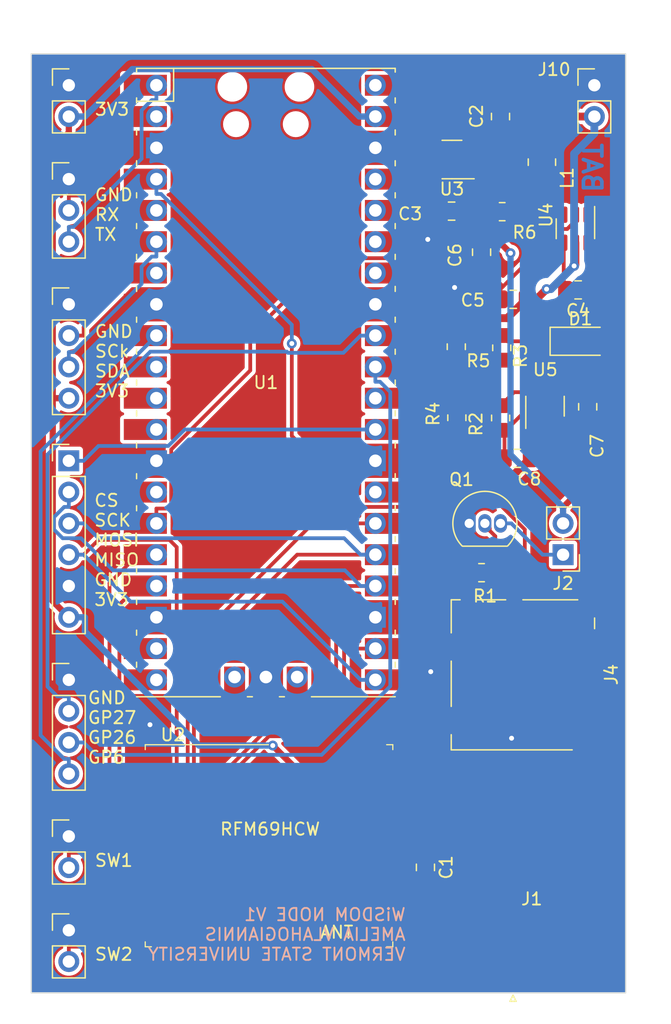
<source format=kicad_pcb>
(kicad_pcb (version 20221018) (generator pcbnew)
  (layers (0 "F.Cu" signal) (31 "B.Cu" signal) (34 "B.Paste" user) (35 "F.Paste" user) (36 "B.SilkS" user "B.Silkscreen") (37 "F.SilkS" user "F.Silkscreen") (38 "B.Mask" user) (39 "F.Mask" user) (44 "Edge.Cuts" user))
  (net 0 "")
  (net 1 "3V3")
  (net 2 "GND")
  (net 3 "Net-(U4-CPOS)")
  (net 4 "Net-(U4-CNEG)")
  (net 5 "Net-(U4-GND)")
  (net 6 "5V")
  (net 7 "CHG")
  (net 8 "Net-(U5-V_{SS})")
  (net 9 "BAT")
  (net 10 "Net-(D1-K)")
  (net 11 "/ANT")
  (net 12 "Net-(J2-Pin_1)")
  (net 13 "SD_CS")
  (net 14 "MOSI")
  (net 15 "SPI_SCK")
  (net 16 "MISO")
  (net 18 "UART_RX")
  (net 19 "UART_TX")
  (net 20 "I2C_SCK")
  (net 21 "I2C_SDA")
  (net 22 "SPI_CS")
  (net 23 "EXT_BTN")
  (net 24 "EXT_SW")
  (net 25 "GP27")
  (net 26 "GP26")
  (net 27 "GP6")
  (net 28 "Net-(U3-SW)")
  (net 29 "Net-(Q1-B)")
  (net 30 "TEROS_CTRL")
  (net 31 "Net-(U5-PROG)")
  (net 32 "Net-(U1-GPIO28_ADC2)")
  (net 33 "Net-(U1-GPIO11)")
  (net 34 "5V_CTRL")
  (net 42 "RFM_CS")
  (net 43 "RFM_RST")
  (footprint "RF_Module:HOPERF_RFM69HW" (layer "F.Cu") (at 70.104 115.062)
    (fp_text reference "U2")
    (fp_text value "RFM69HCW")
  )
  (footprint "Capacitor_SMD:C_0805_2012Metric_Pad1.18x1.45mm_HandSolder" (layer "F.Cu") (at 95.2029 69.9495 180)
    (fp_text reference "C4")
    (fp_text value "1uF" hide)
  )
  (footprint "Package_TO_SOT_SMD:SOT-23-6" (layer "F.Cu") (at 94.9824 64.9852 -90)
    (fp_text reference "U4")
    (fp_text value "CAT3200-5" hide)
  )
  (footprint "Resistor_SMD:R_0805_2012Metric_Pad1.20x1.40mm_HandSolder" (layer "F.Cu") (at 88.9115 80.3441 -90)
    (fp_text reference "R2")
    (fp_text value "2K" hide)
  )
  (footprint "PCM_Package_TO_SOT_THT_AKL:TO-92_Inline" (layer "F.Cu") (at 86.36 88.9)
    (fp_text reference "Q1")
    (fp_text value "2N3904" hide)
  )
  (footprint "Capacitor_SMD:C_0805_2012Metric_Pad1.18x1.45mm_HandSolder" (layer "F.Cu") (at 88.9 55.88 -90)
    (fp_text reference "C2")
    (fp_text value "10uF")
  )
  (footprint "Connector_Coaxial:SMA_Amphenol_132289_EdgeMount" (layer "F.Cu") (at 89.916 123.9805 90)
    (fp_text reference "J1")
    (fp_text value "Conn_Coaxial")
  )
  (footprint "Connector_PinHeader_2.54mm:PinHeader_1x02_P2.54mm_Vertical" (layer "F.Cu") (at 93.98 91.44 180)
    (fp_text reference "J2")
    (fp_text value "Conn_01x02_Pin" hide)
  )
  (footprint "Connector_PinHeader_2.54mm:PinHeader_1x02_P2.54mm_Vertical" (layer "F.Cu") (at 53.848 53.34)
    (fp_text reference "J3" hide)
    (fp_text value "Conn_01x02_Pin" hide)
  )
  (footprint "Connector_Card:microSD_HC_Molex_104031-0811" (layer "F.Cu") (at 90.7183 101.1709 -90)
    (fp_text reference "J4")
    (fp_text value "Micro_SD_Card" hide)
  )
  (footprint "Connector_PinHeader_2.54mm:PinHeader_1x03_P2.54mm_Vertical" (layer "F.Cu") (at 53.848 60.96)
    (fp_text reference "J5" hide)
    (fp_text value "Conn_01x03_Pin" hide)
  )
  (footprint "Package_TO_SOT_SMD:SOT-23-5" (layer "F.Cu") (at 92.5131 79.3891 90)
    (fp_text reference "U5")
    (fp_text value "MCP73831-2-OT" hide)
  )
  (footprint "Capacitor_SMD:C_0805_2012Metric_Pad1.18x1.45mm_HandSolder" (layer "F.Cu") (at 84.9288 63.5565 180)
    (fp_text reference "C3")
    (fp_text value "10uF" hide)
  )
  (footprint "Inductor_SMD:L_1008_2520Metric_Pad1.43x2.20mm_HandSolder" (layer "F.Cu") (at 92.2625 59.5825 -90)
    (fp_text reference "L1")
    (fp_text value "1uH" hide)
  )
  (footprint "Connector_PinHeader_2.54mm:PinHeader_1x04_P2.54mm_Vertical" (layer "F.Cu") (at 53.848 101.6)
    (fp_text reference "J11" hide)
    (fp_text value "Conn_01x04_Pin" hide)
  )
  (footprint "Resistor_SMD:R_0805_2012Metric_Pad1.20x1.40mm_HandSolder" (layer "F.Cu") (at 85.3548 80.325 90)
    (fp_text reference "R4")
    (fp_text value "470K" hide)
  )
  (footprint "Connector_PinHeader_2.54mm:PinHeader_1x02_P2.54mm_Vertical" (layer "F.Cu") (at 53.848 114.3)
    (fp_text reference "J8" hide)
    (fp_text value "Conn_01x02_Pin" hide)
  )
  (footprint "Connector_PinHeader_2.54mm:PinHeader_1x04_P2.54mm_Vertical" (layer "F.Cu") (at 53.848 71.12)
    (fp_text reference "J6" hide)
    (fp_text value "Conn_01x04_Pin" hide)
  )
  (footprint "Resistor_SMD:R_0805_2012Metric_Pad1.20x1.40mm_HandSolder" (layer "F.Cu") (at 87.36 92.9)
    (fp_text reference "R1")
    (fp_text value "1K" hide)
  )
  (footprint "Package_TO_SOT_SMD:TSOT-23-5" (layer "F.Cu") (at 84.9575 59.37 180)
    (fp_text reference "U3")
    (fp_text value "ADP2108AUJ-3.3" hide)
  )
  (footprint "Connector_PinHeader_2.54mm:PinHeader_1x02_P2.54mm_Vertical" (layer "F.Cu") (at 96.52 53.34)
    (fp_text reference "J10")
    (fp_text value "Conn_01x02_Pin")
  )
  (footprint "Connector_PinHeader_2.54mm:PinHeader_1x02_P2.54mm_Vertical" (layer "F.Cu") (at 53.848 121.92)
    (fp_text reference "J9" hide)
    (fp_text value "Conn_01x02_Pin" hide)
  )
  (footprint "LED_SMD:LED_1206_3216Metric_Pad1.42x1.75mm_HandSolder" (layer "F.Cu") (at 95.3875 74.12)
    (fp_text reference "D1")
    (fp_text value "LED" hide)
  )
  (footprint "MCU_RaspberryPi_and_Boards:RPi_Pico_SMD_TH" (layer "F.Cu") (at 69.85 77.47)
    (fp_text reference "U1")
    (fp_text value "Pico")
  )
  (footprint "Capacitor_SMD:C_0805_2012Metric_Pad1.18x1.45mm_HandSolder" (layer "F.Cu") (at 95.9797 79.4362 -90)
    (fp_text reference "C7")
    (fp_text value "4.7uF" hide)
  )
  (footprint "Capacitor_SMD:C_0805_2012Metric_Pad1.18x1.45mm_HandSolder" (layer "F.Cu") (at 82.804 116.8185 -90)
    (fp_text reference "C1")
    (fp_text value "0.1uF")
  )
  (footprint "Resistor_SMD:R_0805_2012Metric_Pad1.20x1.40mm_HandSolder" (layer "F.Cu") (at 85.3098 74.5623 90)
    (fp_text reference "R5")
    (fp_text value "470K" hide)
  )
  (footprint "Connector_PinHeader_2.54mm:PinHeader_1x06_P2.54mm_Vertical" (layer "F.Cu") (at 53.848 83.82)
    (fp_text reference "J7" hide)
    (fp_text value "Conn_01x06_Pin" hide)
  )
  (footprint "Resistor_SMD:R_0805_2012Metric_Pad1.20x1.40mm_HandSolder" (layer "F.Cu") (at 89.0015 74.6524 -90)
    (fp_text reference "R3")
    (fp_text value "470" hide)
  )
  (footprint "Capacitor_SMD:C_0805_2012Metric_Pad1.18x1.45mm_HandSolder" (layer "F.Cu") (at 87.3619 66.8901 -90)
    (fp_text reference "C6")
    (fp_text value "1uF" hide)
  )
  (footprint "Capacitor_SMD:C_0805_2012Metric_Pad1.18x1.45mm_HandSolder" (layer "F.Cu") (at 89.9335 70.7148 180)
    (fp_text reference "C5")
    (fp_text value "1uF" hide)
  )
  (footprint "Resistor_SMD:R_0805_2012Metric_Pad1.20x1.40mm_HandSolder" (layer "F.Cu") (at 89.0351 63.6015)
    (fp_text reference "R6")
    (fp_text value "10K" hide)
  )
  (footprint "Capacitor_SMD:C_0805_2012Metric_Pad1.18x1.45mm_HandSolder" (layer "F.Cu") (at 90.2601 83.6211 180)
    (fp_text reference "C8")
    (fp_text value "4.7uF" hide)
  )
  (gr_rect (start 50.8 50.8) (end 99.06 127) (stroke (width 0.1)) (fill none) (layer "Edge.Cuts"))
  (gr_text "5V SW" (at 98.393446 93.056154 90) (layer "F.Cu") (effects (font (size 1.5 1.5) (thickness 0.3) bold) (justify left bottom)))
  (gr_text "BAT" (at 95.43086 62.207971 -90) (layer "B.Cu") (effects (font (size 1.5 1.5) (thickness 0.3) bold) (justify left bottom mirror)))
  (gr_text "WiSDOM NODE V1\nAMELIA VLAHOGIANNIS\nVERMONT STATE UNIVERSITY" (at 81.28 124.46) (layer "B.SilkS") (effects (font (size 1 1)) (justify left bottom mirror)))
  (gr_text "ANT" (at 74.171866 122.669746) (layer "F.SilkS") (effects (font (size 1 1)) (justify left bottom)))
  (gr_text "GND\nRX\nTX" (at 55.88 66.04) (layer "F.SilkS") (effects (font (size 1 1)) (justify left bottom)))
  (gr_text "GND\nSCk\nSDA\n3V3\n" (at 55.88 78.74) (layer "F.SilkS") (effects (font (size 1 1)) (justify left bottom)))
  (gr_text "RFM69HCW" (at 66.04 114.3) (layer "F.SilkS") (effects (font (size 1 1)) (justify left bottom)))
  (gr_text "SW1\n" (at 55.88 116.84) (layer "F.SilkS") (effects (font (size 1 1)) (justify left bottom)))
  (gr_text "SW2" (at 55.88 124.46) (layer "F.SilkS") (effects (font (size 1 1)) (justify left bottom)))
  (gr_text "3V3" (at 55.88 55.88) (layer "F.SilkS") (effects (font (size 1 1)) (justify left bottom)))
  (gr_text "GND\nGP27\nGP26\nGP6\n" (at 55.31539 108.471648) (layer "F.SilkS") (effects (font (size 1 1)) (justify left bottom)))
  (gr_text "CS\nSCK\nMOSI\nMISO\nGND\n3V3" (at 55.832949 95.673829) (layer "F.SilkS") (effects (font (size 1 1)) (justify left bottom)))
  (segment (start 83.7998 61.828) (end 82.675 60.7032) (width 0.508) (layer "F.Cu") (net 1))
  (segment (start 79.204 114.062) (end 77.4981 114.062) (width 0.508) (layer "F.Cu") (net 1))
  (segment (start 87.7371 61.7857) (end 91.2218 61.7857) (width 0.508) (layer "F.Cu") (net 1))
  (segment (start 77.4981 114.0192) (end 70.4089 106.93) (width 0.508) (layer "F.Cu") (net 1))
  (segment (start 52.5421 58.4918) (end 53.848 57.1859) (width 0.508) (layer "F.Cu") (net 1))
  (segment (start 83.3835 58.8565) (end 83.82 58.42) (width 0.508) (layer "F.Cu") (net 1))
  (segment (start 52.5421 95.2141) (end 52.5421 78.74) (width 0.508) (layer "F.Cu") (net 1))
  (segment (start 91.2218 61.7857) (end 92.2625 60.745) (width 0.508) (layer "F.Cu") (net 1))
  (segment (start 52.5421 78.74) (end 52.5421 58.4918) (width 0.508) (layer "F.Cu") (net 1))
  (segment (start 53.848 55.88) (end 53.848 57.1859) (width 0.508) (layer "F.Cu") (net 1))
  (segment (start 79.8791 114.062) (end 79.204 114.062) (width 0.508) (layer "F.Cu") (net 1))
  (segment (start 82.675 59.565) (end 83.3835 58.8565) (width 0.508) (layer "F.Cu") (net 1))
  (segment (start 97.1742 107.7031) (end 89.0963 115.781) (width 0.508) (layer "F.Cu") (net 1))
  (segment (start 82.675 60.7032) (end 82.675 59.565) (width 0.508) (layer "F.Cu") (net 1))
  (segment (start 81.0851 114.0621) (end 80.9099 114.0621) (width 0.508) (layer "F.Cu") (net 1))
  (segment (start 89.0963 115.781) (end 82.804 115.781) (width 0.508) (layer "F.Cu") (net 1))
  (segment (start 78.74 55.88) (end 80.407 55.88) (width 0.508) (layer "F.Cu") (net 1))
  (segment (start 82.804 115.781) (end 81.0851 114.0621) (width 0.508) (layer "F.Cu") (net 1))
  (segment (start 79.8791 114.062) (end 80.9099 114.062) (width 0.508) (layer "F.Cu") (net 1))
  (segment (start 53.848 78.74) (end 52.5421 78.74) (width 0.508) (layer "F.Cu") (net 1))
  (segment (start 84.2378 61.828) (end 83.7998 61.828) (width 0.508) (layer "F.Cu") (net 1))
  (segment (start 80.9099 114.0621) (end 80.9099 114.062) (width 0.508) (layer "F.Cu") (net 1))
  (segment (start 77.4981 114.062) (end 77.4981 114.0192) (width 0.508) (layer "F.Cu") (net 1))
  (segment (start 96.1683 101.3659) (end 97.1742 101.3659) (width 0.508) (layer "F.Cu") (net 1))
  (segment (start 80.407 55.88) (end 83.3835 58.8565) (width 0.508) (layer "F.Cu") (net 1))
  (segment (start 97.1742 101.3659) (end 97.1742 107.7031) (width 0.508) (layer "F.Cu") (net 1))
  (segment (start 85.9663 63.5565) (end 84.2378 61.828) (width 0.508) (layer "F.Cu") (net 1))
  (segment (start 53.848 96.52) (end 52.5421 95.2141) (width 0.508) (layer "F.Cu") (net 1))
  (segment (start 85.9663 63.5565) (end 87.7371 61.7857) (width 0.508) (layer "F.Cu") (net 1))
  (via (at 70.4089 106.93) (size 0.8) (drill 0.4) (layers "F.Cu" "B.Cu") (net 1))
  (segment (start 53.848 55.88) (end 55.1539 55.88) (width 0.508) (layer "B.Cu") (net 1))
  (segment (start 53.848 96.52) (end 55.1539 96.52) (width 0.508) (layer "B.Cu") (net 1))
  (segment (start 55.1539 96.52) (end 55.1539 97.6627) (width 0.508) (layer "B.Cu") (net 1))
  (segment (start 55.1539 55.88) (end 59.0006 52.0333) (width 0.508) (layer "B.Cu") (net 1))
  (segment (start 78.74 55.88) (end 77.4341 55.88) (width 0.508) (layer "B.Cu") (net 1))
  (segment (start 59.0006 52.0333) (end 73.5874 52.0333) (width 0.508) (layer "B.Cu") (net 1))
  (segment (start 64.4212 106.93) (end 70.4089 106.93) (width 0.508) (layer "B.Cu") (net 1))
  (segment (start 73.5874 52.0333) (end 77.4341 55.88) (width 0.508) (layer "B.Cu") (net 1))
  (segment (start 55.1539 97.6627) (end 64.4212 106.93) (width 0.508) (layer "B.Cu") (net 1))
  (via (at 85.170626 69.754222) (size 0.8) (drill 0.4) (layers "F.Cu" "B.Cu") (net 2))
  (via (at 60.43858 105.239331) (size 0.8) (drill 0.4) (layers "F.Cu" "B.Cu") (net 2))
  (via (at 82.994617 65.852413) (size 0.8) (drill 0.4) (layers "F.Cu" "B.Cu") (net 2))
  (via (at 89.798132 106.33609) (size 0.8) (drill 0.4) (layers "F.Cu" "B.Cu") (net 2))
  (via (at 83.234512 100.935869) (size 0.8) (drill 0.4) (layers "F.Cu" "B.Cu") (net 2))
  (segment (start 96.2404 66.4307) (end 96.2404 69.9495) (width 0.3048) (layer "F.Cu") (net 3))
  (segment (start 95.9324 66.1227) (end 96.2404 66.4307) (width 0.3048) (layer "F.Cu") (net 3))
  (segment (start 94.0324 66.1227) (end 94.0324 69.8165) (width 0.3048) (layer "F.Cu") (net 4))
  (segment (start 94.0324 69.8165) (end 94.1654 69.9495) (width 0.3048) (layer "F.Cu") (net 4))
  (segment (start 89.1053 69.671) (end 88.896 69.8803) (width 0.3048) (layer "F.Cu") (net 5))
  (segment (start 93.768 65.0083) (end 94.3147 65.0083) (width 0.3048) (layer "F.Cu") (net 5))
  (segment (start 89.1053 69.671) (end 93.768 65.0083) (width 0.3048) (layer "F.Cu") (net 5))
  (segment (start 88.896 69.8803) (end 88.896 70.7148) (width 0.3048) (layer "F.Cu") (net 5))
  (segment (start 94.3147 65.0083) (end 94.9824 64.3406) (width 0.3048) (layer "F.Cu") (net 5))
  (segment (start 89.1053 69.671) (end 87.3619 67.9276) (width 0.3048) (layer "F.Cu") (net 5))
  (segment (start 94.9824 64.3406) (end 94.9824 63.8477) (width 0.3048) (layer "F.Cu") (net 5))
  (segment (start 93.98 87.5941) (end 98.0481 83.526) (width 0.508) (layer "F.Cu") (net 6))
  (segment (start 98.0481 83.526) (end 98.0481 65.9634) (width 0.508) (layer "F.Cu") (net 6))
  (segment (start 98.0481 65.9634) (end 95.9324 63.8477) (width 0.508) (layer "F.Cu") (net 6))
  (segment (start 89.7124 66.9697) (end 88.5953 65.8526) (width 0.508) (layer "F.Cu") (net 6))
  (segment (start 93.98 88.9) (end 93.98 87.5941) (width 0.508) (layer "F.Cu") (net 6))
  (segment (start 88.5953 65.8526) (end 87.3619 65.8526) (width 0.508) (layer "F.Cu") (net 6))
  (via (at 89.7124 66.9697) (size 0.8) (drill 0.4) (layers "F.Cu" "B.Cu") (net 6))
  (segment (start 89.7124 83.3265) (end 89.7124 66.9697) (width 0.508) (layer "B.Cu") (net 6))
  (segment (start 93.98 88.9) (end 93.98 87.5941) (width 0.508) (layer "B.Cu") (net 6))
  (segment (start 93.98 87.5941) (end 89.7124 83.3265) (width 0.508) (layer "B.Cu") (net 6))
  (segment (start 96.875 77.3563) (end 96.875 74.12) (width 0.635) (layer "F.Cu") (net 7))
  (segment (start 95.9797 78.2516) (end 96.875 77.3563) (width 0.635) (layer "F.Cu") (net 7))
  (segment (start 95.9797 78.2516) (end 95.9797 78.3987) (width 0.635) (layer "F.Cu") (net 7))
  (segment (start 93.4631 78.2516) (end 95.9797 78.2516) (width 0.635) (layer "F.Cu") (net 7))
  (segment (start 91.961 79.5079) (end 92.5131 80.06) (width 0.3048) (layer "F.Cu") (net 8))
  (segment (start 89.0351 81.4677) (end 89.2226 81.4677) (width 0.3048) (layer "F.Cu") (net 8))
  (segment (start 88.9115 81.3441) (end 89.0351 81.4677) (width 0.3048) (layer "F.Cu") (net 8))
  (segment (start 89.2226 81.4677) (end 89.2226 83.6211) (width 0.3048) (layer "F.Cu") (net 8))
  (segment (start 91.1824 79.5079) (end 91.961 79.5079) (width 0.3048) (layer "F.Cu") (net 8))
  (segment (start 94.979 79.473) (end 95.9797 80.4737) (width 0.3048) (layer "F.Cu") (net 8))
  (segment (start 92.5131 80.5266) (end 92.5131 80.06) (width 0.3048) (layer "F.Cu") (net 8))
  (segment (start 92.5131 80.06) (end 93.1001 79.473) (width 0.3048) (layer "F.Cu") (net 8))
  (segment (start 93.1001 79.473) (end 94.979 79.473) (width 0.3048) (layer "F.Cu") (net 8))
  (segment (start 89.2226 81.4677) (end 91.1824 79.5079) (width 0.3048) (layer "F.Cu") (net 8))
  (segment (start 85.3548 81.6566) (end 85.3548 81.325) (width 0.635) (layer "F.Cu") (net 9))
  (segment (start 86.095 58.42) (end 86.095 57.7351) (width 0.635) (layer "F.Cu") (net 9))
  (segment (start 88.5168 72.2426) (end 89.4432 72.2426) (width 0.635) (layer "F.Cu") (net 9))
  (segment (start 90.971 70.7148) (end 91.8104 70.7148) (width 0.635) (layer "F.Cu") (net 9))
  (segment (start 92.9545 81.7319) (end 93.4631 81.2233) (width 0.635) (layer "F.Cu") (net 9))
  (segment (start 91.5631 81.7319) (end 91.5631 83.3556) (width 0.635) (layer "F.Cu") (net 9))
  (segment (start 94.2007 54.9301) (end 95.1506 55.88) (width 0.635) (layer "F.Cu") (net 9))
  (segment (start 85.459 60.32) (end 86.095 60.32) (width 0.601) (layer "F.Cu") (net 9))
  (segment (start 94.9824 67.8973) (end 94.9824 66.1227) (width 0.635) (layer "F.Cu") (net 9))
  (segment (start 88.6045 84.9063) (end 85.3548 81.6566) (width 0.635) (layer "F.Cu") (net 9))
  (segment (start 94.8751 68.0046) (end 94.9824 67.8973) (width 0.635) (layer "F.Cu") (net 9))
  (segment (start 87.1331 77.5208) (end 87.1331 79.5467) (width 0.635) (layer "F.Cu") (net 9))
  (segment (start 86.095 57.7351) (end 88.9 54.9301) (width 0.635) (layer "F.Cu") (net 9))
  (segment (start 89.0015 75.6524) (end 87.1331 77.5208) (width 0.635) (layer "F.Cu") (net 9))
  (segment (start 93.4631 81.2233) (end 93.4631 80.5266) (width 0.635) (layer "F.Cu") (net 9))
  (segment (start 88.9 54.9301) (end 88.9 54.8425) (width 0.635) (layer "F.Cu") (net 9))
  (segment (start 91.8104 70.7148) (end 92.6408 69.8844) (width 0.635) (layer "F.Cu") (net 9))
  (segment (start 84.8841 59.5177) (end 84.6117 59.2453) (width 0.635) (layer "F.Cu") (net 9))
  (segment (start 85.437 58.42) (end 86.095 58.42) (width 0.601) (layer "F.Cu") (net 9))
  (segment (start 88.9 54.9301) (end 94.2007 54.9301) (width 0.635) (layer "F.Cu") (net 9))
  (segment (start 84.6117 59.2453) (end 85.437 58.42) (width 0.601) (layer "F.Cu") (net 9))
  (segment (start 87.1331 79.5467) (end 85.3548 81.325) (width 0.635) (layer "F.Cu") (net 9))
  (segment (start 91.5631 83.3556) (end 91.2976 83.6211) (width 0.635) (layer "F.Cu") (net 9))
  (segment (start 84.8841 59.7451) (end 85.459 60.32) (width 0.601) (layer "F.Cu") (net 9))
  (segment (start 96.52 55.88) (end 95.1506 55.88) (width 0.635) (layer "F.Cu") (net 9))
  (segment (start 84.8841 59.7359) (end 84.8841 59.7451) (width 0.601) (layer "F.Cu") (net 9))
  (segment (start 87.7546 74.4055) (end 87.7546 73.0048) (width 0.635) (layer "F.Cu") (net 9))
  (segment (start 91.5631 81.7319) (end 92.9545 81.7319) (width 0.635) (layer "F.Cu") (net 9))
  (segment (start 91.2976 83.6211) (end 90.0124 84.9063) (width 0.635) (layer "F.Cu") (net 9))
  (segment (start 90.0124 84.9063) (end 88.6045 84.9063) (width 0.635) (layer "F.Cu") (net 9))
  (segment (start 89.4432 72.2426) (end 90.971 70.7148) (width 0.635) (layer "F.Cu") (net 9))
  (segment (start 87.7546 73.0048) (end 88.5168 72.2426) (width 0.635) (layer "F.Cu") (net 9))
  (segment (start 91.5631 81.7319) (end 91.5631 80.5266) (width 0.635) (layer "F.Cu") (net 9))
  (segment (start 84.8841 59.7359) (end 84.8841 59.5177) (width 0.635) (layer "F.Cu") (net 9))
  (segment (start 89.0015 75.6524) (end 87.7546 74.4055) (width 0.635) (layer "F.Cu") (net 9))
  (via (at 94.8751 68.0046) (size 0.8) (drill 0.4) (layers "F.Cu" "B.Cu") (net 9))
  (via (at 92.6408 69.8844) (size 0.8) (drill 0.4) (layers "F.Cu" "B.Cu") (net 9))
  (segment (start 92.9953 69.8844) (end 94.8751 68.0046) (width 0.635) (layer "B.Cu") (net 9))
  (segment (start 96.52 57.2494) (end 94.8751 58.8943) (width 0.635) (layer "B.Cu") (net 9))
  (segment (start 94.8751 58.8943) (end 94.8751 68.0046) (width 0.635) (layer "B.Cu") (net 9))
  (segment (start 96.52 55.88) (end 96.52 57.2494) (width 0.635) (layer "B.Cu") (net 9))
  (segment (start 92.6408 69.8844) (end 92.9953 69.8844) (width 0.635) (layer "B.Cu") (net 9))
  (segment (start 89.4691 74.12) (end 89.0015 73.6524) (width 0.3048) (layer "F.Cu") (net 10))
  (segment (start 93.9 74.12) (end 89.4691 74.12) (width 0.3048) (layer "F.Cu") (net 10))
  (segment (start 89.916 123.9805) (end 89.916 119.38) (width 0.635) (layer "F.Cu") (net 11))
  (segment (start 81.7877 122.062) (end 79.204 122.062) (width 0.635) (layer "F.Cu") (net 11))
  (segment (start 89.916 119.38) (end 84.4697 119.38) (width 0.635) (layer "F.Cu") (net 11))
  (segment (start 84.4697 119.38) (end 81.7877 122.062) (width 0.635) (layer "F.Cu") (net 11))
  (segment (start 93.98 91.44) (end 92.3193 91.44) (width 0.3048) (layer "B.Cu") (net 12))
  (segment (start 88.9 88.9) (end 89.7793 88.9) (width 0.3048) (layer "B.Cu") (net 12))
  (segment (start 92.3193 91.44) (end 89.7793 88.9) (width 0.3048) (layer "B.Cu") (net 12))
  (segment (start 96.1683 99.1659) (end 95.264 99.1659) (width 0.3048) (layer "F.Cu") (net 13))
  (segment (start 90.8711 94.2508) (end 95.264 98.6437) (width 0.3048) (layer "F.Cu") (net 13))
  (segment (start 87.8382 86.36) (end 90.8711 89.3929) (width 0.3048) (layer "F.Cu") (net 13))
  (segment (start 90.8711 89.3929) (end 90.8711 94.2508) (width 0.3048) (layer "F.Cu") (net 13))
  (segment (start 78.74 86.36) (end 87.8382 86.36) (width 0.3048) (layer "F.Cu") (net 13))
  (segment (start 95.264 98.6437) (end 95.264 99.1659) (width 0.3048) (layer "F.Cu") (net 13))
  (segment (start 86.9527 94.3946) (end 86.159 94.3946) (width 0.3048) (layer "F.Cu") (net 14))
  (segment (start 92.824 100.2659) (end 86.9527 94.3946) (width 0.3048) (layer "F.Cu") (net 14))
  (segment (start 83.8065 92.0421) (end 78.74 92.0421) (width 0.3048) (layer "F.Cu") (net 14))
  (segment (start 64.0048 110.126395) (end 64.0048 99.8252) (width 0.3048) (layer "F.Cu") (net 14))
  (segment (start 61.004 112.062) (end 62.069195 112.062) (width 0.3048) (layer "F.Cu") (net 14))
  (segment (start 62.069195 112.062) (end 64.0048 110.126395) (width 0.3048) (layer "F.Cu") (net 14))
  (segment (start 64.0048 99.8252) (end 72.39 91.44) (width 0.3048) (layer "F.Cu") (net 14))
  (segment (start 96.1683 100.2659) (end 92.824 100.2659) (width 0.3048) (layer "F.Cu") (net 14))
  (segment (start 72.39 91.44) (end 78.74 91.44) (width 0.3048) (layer "F.Cu") (net 14))
  (segment (start 86.159 94.3946) (end 83.8065 92.0421) (width 0.3048) (layer "F.Cu") (net 14))
  (segment (start 78.74 91.44) (end 78.74 92.0421) (width 0.3048) (layer "F.Cu") (net 14))
  (segment (start 78.74 91.44) (end 77.5357 91.44) (width 0.3048) (layer "B.Cu") (net 14))
  (segment (start 76.2 90.1043) (end 77.5357 91.44) (width 0.3048) (layer "B.Cu") (net 14))
  (segment (start 55.0523 88.9) (end 56.2566 90.1043) (width 0.3048) (layer "B.Cu") (net 14))
  (segment (start 56.2566 90.1043) (end 76.2 90.1043) (width 0.3048) (layer "B.Cu") (net 14))
  (segment (start 53.848 88.9) (end 55.0523 88.9) (width 0.3048) (layer "B.Cu") (net 14))
  (segment (start 73.657554 104.12055) (end 75.554052 102.224052) (width 0.3048) (layer "F.Cu") (net 15))
  (segment (start 61.004 114.062) (end 61.4929 114.062) (width 0.3048) (layer "F.Cu") (net 15))
  (segment (start 75.554052 102.224052) (end 75.554052 94.625948) (width 0.3048) (layer "F.Cu") (net 15))
  (segment (start 78.74 93.98) (end 78.74 94.5821) (width 0.3048) (layer "F.Cu") (net 15))
  (segment (start 69.886 105.6689) (end 72.0922 105.6689) (width 0.3048) (layer "F.Cu") (net 15))
  (segment (start 72.0922 105.6689) (end 73.64055 104.12055) (width 0.3048) (layer "F.Cu") (net 15))
  (segment (start 75.554052 94.625948) (end 76.2 93.98) (width 0.3048) (layer "F.Cu") (net 15))
  (segment (start 73.64055 104.12055) (end 73.657554 104.12055) (width 0.3048) (layer "F.Cu") (net 15))
  (segment (start 78.74 94.5821) (end 83.1402 94.5821) (width 0.3048) (layer "F.Cu") (net 15))
  (segment (start 83.1402 94.5821) (end 91.024 102.4659) (width 0.3048) (layer "F.Cu") (net 15))
  (segment (start 61.4929 114.062) (end 69.886 105.6689) (width 0.3048) (layer "F.Cu") (net 15))
  (segment (start 73.64055 104.12055) (end 73.7666 103.9945) (width 0.3048) (layer "F.Cu") (net 15))
  (segment (start 91.024 102.4659) (end 96.1683 102.4659) (width 0.3048) (layer "F.Cu") (net 15))
  (segment (start 76.2 93.98) (end 78.74 93.98) (width 0.3048) (layer "F.Cu") (net 15))
  (segment (start 57.4421 92.7096) (end 54.8368 90.1043) (width 0.3048) (layer "B.Cu") (net 15))
  (segment (start 53.848 86.36) (end 53.848 87.5643) (width 0.3048) (layer "B.Cu") (net 15))
  (segment (start 78.74 93.98) (end 77.5357 93.98) (width 0.3048) (layer "B.Cu") (net 15))
  (segment (start 76.2653 92.7096) (end 57.4421 92.7096) (width 0.3048) (layer "B.Cu") (net 15))
  (segment (start 53.3477 90.1043) (end 52.634 89.3906) (width 0.3048) (layer "B.Cu") (net 15))
  (segment (start 53.4717 87.5643) (end 53.848 87.5643) (width 0.3048) (layer "B.Cu") (net 15))
  (segment (start 54.8368 90.1043) (end 53.3477 90.1043) (width 0.3048) (layer "B.Cu") (net 15))
  (segment (start 52.634 89.3906) (end 52.634 88.402) (width 0.3048) (layer "B.Cu") (net 15))
  (segment (start 77.5357 93.98) (end 76.2653 92.7096) (width 0.3048) (layer "B.Cu") (net 15))
  (segment (start 52.634 88.402) (end 53.4717 87.5643) (width 0.3048) (layer "B.Cu") (net 15))
  (segment (start 89.182493 104.6659) (end 96.1683 104.6659) (width 0.3048) (layer "F.Cu") (net 16))
  (segment (start 79.9443 101.6) (end 81.585 103.2407) (width 0.3048) (layer "F.Cu") (net 16))
  (segment (start 62.6083 90.8279) (end 62.0161 90.2357) (width 0.3048) (layer "F.Cu") (net 16))
  (segment (start 56.2566 90.2357) (end 55.0523 91.44) (width 0.3048) (layer "F.Cu") (net 16))
  (segment (start 87.757293 103.2407) (end 89.182493 104.6659) (width 0.3048) (layer "F.Cu") (net 16))
  (segment (start 62.6083 110.062) (end 62.6083 90.8279) (width 0.3048) (layer "F.Cu") (net 16))
  (segment (start 81.585 103.2407) (end 87.757293 103.2407) (width 0.3048) (layer "F.Cu") (net 16))
  (segment (start 78.74 101.6) (end 79.9443 101.6) (width 0.3048) (layer "F.Cu") (net 16))
  (segment (start 53.848 91.44) (end 55.0523 91.44) (width 0.3048) (layer "F.Cu") (net 16))
  (segment (start 62.0161 90.2357) (end 56.2566 90.2357) (width 0.3048) (layer "F.Cu") (net 16))
  (segment (start 61.004 110.062) (end 62.6083 110.062) (width 0.3048) (layer "F.Cu") (net 16))
  (segment (start 58.8624 95.2501) (end 55.0523 91.44) (width 0.3048) (layer "B.Cu") (net 16))
  (segment (start 78.74 101.6) (end 77.5357 101.6) (width 0.3048) (layer "B.Cu") (net 16))
  (segment (start 53.848 91.44) (end 55.0523 91.44) (width 0.3048) (layer "B.Cu") (net 16))
  (segment (start 77.5357 101.6) (end 71.1858 95.2501) (width 0.3048) (layer "B.Cu") (net 16))
  (segment (start 71.1858 95.2501) (end 58.8624 95.2501) (width 0.3048) (layer "B.Cu") (net 16))
  (segment (start 54.7878 62.2957) (end 53.848 62.2957) (width 0.3048) (layer "F.Cu") (net 18))
  (segment (start 59.4586 55.88) (end 55.1852 60.1534) (width 0.3048) (layer "F.Cu") (net 18))
  (segment (start 53.848 63.5) (end 53.848 62.2957) (width 0.3048) (layer "F.Cu") (net 18))
  (segment (start 55.1852 60.1534) (end 55.1852 61.8983) (width 0.3048) (layer "F.Cu") (net 18))
  (segment (start 55.1852 61.8983) (end 54.7878 62.2957) (width 0.3048) (layer "F.Cu") (net 18))
  (segment (start 60.96 55.88) (end 59.4586 55.88) (width 0.3048) (layer "F.Cu") (net 18))
  (segment (start 53.848 66.04) (end 53.848 64.8357) (width 0.3048) (layer "B.Cu") (net 19))
  (segment (start 59.7557 59.3023) (end 54.2223 64.8357) (width 0.3048) (layer "B.Cu") (net 19))
  (segment (start 59.7557 55.3722) (end 59.7557 59.3023) (width 0.3048) (layer "B.Cu") (net 19))
  (segment (start 60.5836 54.5443) (end 59.7557 55.3722) (width 0.3048) (layer "B.Cu") (net 19))
  (segment (start 54.2223 64.8357) (end 53.848 64.8357) (width 0.3048) (layer "B.Cu") (net 19))
  (segment (start 60.96 54.5443) (end 60.5836 54.5443) (width 0.3048) (layer "B.Cu") (net 19))
  (segment (start 60.96 53.34) (end 60.96 54.5443) (width 0.3048) (layer "B.Cu") (net 19))
  (segment (start 60.96 68.58) (end 59.4569 68.58) (width 0.3048) (layer "F.Cu") (net 20))
  (segment (start 59.4569 68.58) (end 55.0523 72.9846) (width 0.3048) (layer "F.Cu") (net 20))
  (segment (start 55.0523 72.9846) (end 55.0523 73.66) (width 0.3048) (layer "F.Cu") (net 20))
  (segment (start 53.848 73.66) (end 55.0523 73.66) (width 0.3048) (layer "F.Cu") (net 20))
  (segment (start 59.7557 69.4623) (end 54.2223 74.9957) (width 0.3048) (layer "B.Cu") (net 21))
  (segment (start 60.96 67.2443) (end 60.5836 67.2443) (width 0.3048) (layer "B.Cu") (net 21))
  (segment (start 60.5836 67.2443) (end 59.7557 68.0722) (width 0.3048) (layer "B.Cu") (net 21))
  (segment (start 54.2223 74.9957) (end 53.848 74.9957) (width 0.3048) (layer "B.Cu") (net 21))
  (segment (start 60.96 66.04) (end 60.96 67.2443) (width 0.3048) (layer "B.Cu") (net 21))
  (segment (start 59.7557 68.0722) (end 59.7557 69.4623) (width 0.3048) (layer "B.Cu") (net 21))
  (segment (start 53.848 76.2) (end 53.848 74.9957) (width 0.3048) (layer "B.Cu") (net 21))
  (segment (start 61.9263 82.6157) (end 63.262 81.28) (width 0.3048) (layer "B.Cu") (net 22))
  (segment (start 63.262 81.28) (end 77.5357 81.28) (width 0.3048) (layer "B.Cu") (net 22))
  (segment (start 78.74 81.28) (end 77.5357 81.28) (width 0.3048) (layer "B.Cu") (net 22))
  (segment (start 56.2566 82.6157) (end 61.9263 82.6157) (width 0.3048) (layer "B.Cu") (net 22))
  (segment (start 53.848 83.82) (end 55.0523 83.82) (width 0.3048) (layer "B.Cu") (net 22))
  (segment (start 55.0523 83.82) (end 56.2566 82.6157) (width 0.3048) (layer "B.Cu") (net 22))
  (segment (start 57.15 93.7486) (end 57.15 113.2735) (width 0.3048) (layer "F.Cu") (net 23))
  (segment (start 60.96 91.44) (end 59.4586 91.44) (width 0.3048) (layer "F.Cu") (net 23))
  (segment (start 53.848 115.6357) (end 53.848 116.84) (width 0.3048) (layer "F.Cu") (net 23))
  (segment (start 59.4586 91.44) (end 57.15 93.7486) (width 0.3048) (layer "F.Cu") (net 23))
  (segment (start 57.15 113.2735) (end 54.7878 115.6357) (width 0.3048) (layer "F.Cu") (net 23))
  (segment (start 54.7878 115.6357) (end 53.848 115.6357) (width 0.3048) (layer "F.Cu") (net 23))
  (segment (start 54.7878 123.2557) (end 53.848 123.2557) (width 0.3048) (layer "F.Cu") (net 24))
  (segment (start 59.4586 93.98) (end 57.9557 95.4829) (width 0.3048) (layer "F.Cu") (net 24))
  (segment (start 57.9557 120.0878) (end 54.7878 123.2557) (width 0.3048) (layer "F.Cu") (net 24))
  (segment (start 53.848 124.46) (end 53.848 123.2557) (width 0.3048) (layer "F.Cu") (net 24))
  (segment (start 57.9557 95.4829) (end 57.9557 120.0878) (width 0.3048) (layer "F.Cu") (net 24))
  (segment (start 60.96 93.98) (end 59.4586 93.98) (width 0.3048) (layer "F.Cu") (net 24))
  (segment (start 53.848 104.14) (end 53.848 102.9357) (width 0.3048) (layer "B.Cu") (net 25))
  (segment (start 53.848 102.9357) (end 52.9081 102.9357) (width 0.3048) (layer "B.Cu") (net 25))
  (segment (start 78.74 73.66) (end 77.5357 73.66) (width 0.3048) (layer "B.Cu") (net 25))
  (segment (start 52.1193 83.3086) (end 60.4674 74.9605) (width 0.3048) (layer "B.Cu") (net 25))
  (segment (start 71.6411 75.0567) (end 76.139 75.0567) (width 0.3048) (layer "B.Cu") (net 25))
  (segment (start 60.4674 74.9605) (end 71.5449 74.9605) (width 0.3048) (layer "B.Cu") (net 25))
  (segment (start 52.9081 102.9357) (end 52.1193 102.1469) (width 0.3048) (layer "B.Cu") (net 25))
  (segment (start 76.139 75.0567) (end 77.5357 73.66) (width 0.3048) (layer "B.Cu") (net 25))
  (segment (start 52.1193 102.1469) (end 52.1193 83.3086) (width 0.3048) (layer "B.Cu") (net 25))
  (segment (start 71.5449 74.9605) (end 71.6411 75.0567) (width 0.3048) (layer "B.Cu") (net 25))
  (segment (start 74.3792 107.6843) (end 79.948 102.1155) (width 0.3048) (layer "B.Cu") (net 26))
  (segment (start 79.948 102.1155) (end 79.948 78.236) (width 0.3048) (layer "B.Cu") (net 26))
  (segment (start 55.0523 106.68) (end 56.0566 107.6843) (width 0.3048) (layer "B.Cu") (net 26))
  (segment (start 53.848 106.68) (end 55.0523 106.68) (width 0.3048) (layer "B.Cu") (net 26))
  (segment (start 79.948 78.236) (end 79.1163 77.4043) (width 0.3048) (layer "B.Cu") (net 26))
  (segment (start 78.74 76.2) (end 78.74 77.4043) (width 0.3048) (layer "B.Cu") (net 26))
  (segment (start 56.0566 107.6843) (end 74.3792 107.6843) (width 0.3048) (layer "B.Cu") (net 26))
  (segment (start 79.1163 77.4043) (end 78.74 77.4043) (width 0.3048) (layer "B.Cu") (net 26))
  (segment (start 51.5569 83.0631) (end 51.5569 106.0989) (width 0.3048) (layer "B.Cu") (net 27))
  (segment (start 53.4737 108.0157) (end 53.848 108.0157) (width 0.3048) (layer "B.Cu") (net 27))
  (segment (start 53.848 109.22) (end 53.848 108.0157) (width 0.3048) (layer "B.Cu") (net 27))
  (segment (start 51.5569 106.0989) (end 53.4737 108.0157) (width 0.3048) (layer "B.Cu") (net 27))
  (segment (start 60.96 73.66) (end 51.5569 83.0631) (width 0.3048) (layer "B.Cu") (net 27))
  (segment (start 89.7076 60.9749) (end 84.4749 60.9749) (width 0.3048) (layer "F.Cu") (net 28))
  (segment (start 92.2625 58.42) (end 89.7076 60.9749) (width 0.3048) (layer "F.Cu") (net 28))
  (segment (start 84.4749 60.9749) (end 83.82 60.32) (width 0.3048) (layer "F.Cu") (net 28))
  (segment (start 87.63 88.9) (end 88.0226 89.2926) (width 0.3048) (layer "F.Cu") (net 29))
  (segment (start 88.476125 92.783875) (end 88.36 92.9) (width 0.3048) (layer "F.Cu") (net 29))
  (segment (start 88.0226 89.2926) (end 88.0226 89.487998) (width 0.3048) (layer "F.Cu") (net 29))
  (segment (start 88.476125 89.941523) (end 88.476125 92.783875) (width 0.3048) (layer "F.Cu") (net 29))
  (segment (start 88.0226 89.487998) (end 88.476125 89.941523) (width 0.3048) (layer "F.Cu") (net 29))
  (segment (start 77.72 87.5643) (end 81.4253 87.5643) (width 0.3048) (layer "F.Cu") (net 30))
  (segment (start 86.36 92.499) (end 86.36 92.9) (width 0.3048) (layer "F.Cu") (net 30))
  (segment (start 71.9534 74.3024) (end 71.9534 81.7977) (width 0.3048) (layer "F.Cu") (net 30))
  (segment (start 71.9534 81.7977) (end 77.72 87.5643) (width 0.3048) (layer "F.Cu") (net 30))
  (segment (start 81.4253 87.5643) (end 86.36 92.499) (width 0.3048) (layer "F.Cu") (net 30))
  (via (at 71.9534 74.3024) (size 0.8) (drill 0.4) (layers "F.Cu" "B.Cu") (net 30))
  (segment (start 60.96 60.96) (end 60.96 62.1643) (width 0.3048) (layer "B.Cu") (net 30))
  (segment (start 71.9534 72.7814) (end 71.9534 74.3024) (width 0.3048) (layer "B.Cu") (net 30))
  (segment (start 60.96 62.1643) (end 61.3363 62.1643) (width 0.3048) (layer "B.Cu") (net 30))
  (segment (start 61.3363 62.1643) (end 71.9534 72.7814) (width 0.3048) (layer "B.Cu") (net 30))
  (segment (start 91.5631 78.2516) (end 90.004 78.2516) (width 0.3048) (layer "F.Cu") (net 31))
  (segment (start 90.004 78.2516) (end 88.9115 79.3441) (width 0.3048) (layer "F.Cu") (net 31))
  (segment (start 85.3548 79.325) (end 85.3098 79.28) (width 0.3048) (layer "F.Cu") (net 32))
  (segment (start 78.74 68.58) (end 80.2211 68.58) (width 0.3048) (layer "F.Cu") (net 32))
  (segment (start 83.1023 71.4612) (end 83.1023 73.3548) (width 0.3048) (layer "F.Cu") (net 32))
  (segment (start 80.2211 68.58) (end 83.1023 71.4612) (width 0.3048) (layer "F.Cu") (net 32))
  (segment (start 85.3098 79.28) (end 85.3098 75.5623) (width 0.3048) (layer "F.Cu") (net 32))
  (segment (start 83.1023 73.3548) (end 85.3098 75.5623) (width 0.3048) (layer "F.Cu") (net 32))
  (segment (start 62.1643 82.8997) (end 68.58 76.484) (width 0.3048) (layer "F.Cu") (net 33))
  (segment (start 62.1643 87.3947) (end 62.1643 82.8997) (width 0.3048) (layer "F.Cu") (net 33))
  (segment (start 74.8643 67.3757) (end 83.993 67.3757) (width 0.3048) (layer "F.Cu") (net 33))
  (segment (start 68.58 73.66) (end 74.8643 67.3757) (width 0.3048) (layer "F.Cu") (net 33))
  (segment (start 60.96 87.6957) (end 61.8633 87.6957) (width 0.3048) (layer "F.Cu") (net 33))
  (segment (start 87.7672 63.6015) (end 88.0351 63.6015) (width 0.3048) (layer "F.Cu") (net 33))
  (segment (start 61.8633 87.6957) (end 62.1643 87.3947) (width 0.3048) (layer "F.Cu") (net 33))
  (segment (start 60.96 88.9) (end 60.96 87.6957) (width 0.3048) (layer "F.Cu") (net 33))
  (segment (start 68.58 76.484) (end 68.58 73.66) (width 0.3048) (layer "F.Cu") (net 33))
  (segment (start 83.993 67.3757) (end 87.7672 63.6015) (width 0.3048) (layer "F.Cu") (net 33))
  (segment (start 90.0351 63.6015) (end 93.7862 63.6015) (width 0.3048) (layer "F.Cu") (net 34))
  (segment (start 93.7862 63.6015) (end 94.0324 63.8477) (width 0.3048) (layer "F.Cu") (net 34))
  (segment (start 61.004 116.062) (end 62.6083 116.062) (width 0.3048) (layer "F.Cu") (net 42))
  (segment (start 62.6083 116.062) (end 62.6083 113.6632) (width 0.3048) (layer "F.Cu") (net 42))
  (segment (start 62.6083 113.6632) (end 70.0959 106.1756) (width 0.3048) (layer "F.Cu") (net 42))
  (segment (start 70.0959 106.1756) (end 72.3164 106.1756) (width 0.3048) (layer "F.Cu") (net 42))
  (segment (start 72.3164 106.1756) (end 76.2 102.292) (width 0.3048) (layer "F.Cu") (net 42))
  (segment (start 76.2 102.292) (end 76.2 99.06) (width 0.3048) (layer "F.Cu") (net 42))
  (segment (start 76.2 99.06) (end 78.74 99.06) (width 0.3048) (layer "F.Cu") (net 42))
  (segment (start 63.5 99.06) (end 73.66 88.9) (width 0.3048) (layer "F.Cu") (net 43))
  (segment (start 73.66 88.9) (end 78.74 88.9) (width 0.3048) (layer "F.Cu") (net 43))
  (segment (start 59.3997 111.3611) (end 59.6988 111.062) (width 0.3048) (layer "F.Cu") (net 43))
  (segment (start 61.004 118.062) (end 59.3997 118.062) (width 0.3048) (layer "F.Cu") (net 43))
  (segment (start 63.5 109.9173) (end 63.5 99.06) (width 0.3048) (layer "F.Cu") (net 43))
  (segment (start 62.3553 111.062) (end 63.5 109.9173) (width 0.3048) (layer "F.Cu") (net 43))
  (segment (start 59.3997 118.062) (end 59.3997 111.3611) (width 0.3048) (layer "F.Cu") (net 43))
  (segment (start 59.6988 111.062) (end 62.3553 111.062) (width 0.3048) (layer "F.Cu") (net 43))
  (zone (net 2) (net_name "GND") (layer "F.Cu") (connect_pads yes (clearance 0.3)) (min_thickness 0.25) (fill yes (thermal_gap 0.1) (thermal_bridge_width 10))
    (polygon (pts (xy 48.26 48.26) (xy 101.6 48.26) (xy 101.6 129.54) (xy 48.26 129.54)))
  )
  (zone (net 2) (net_name "GND") (layer "B.Cu") (priority 1) (connect_pads yes (clearance 0.5)) (min_thickness 0.25) (fill yes (thermal_gap 0.1) (thermal_bridge_width 10))
    (polygon (pts (xy 50.8 50.8) (xy 99.06 50.8) (xy 99.06 127) (xy 50.8 127)))
  )
)
</source>
